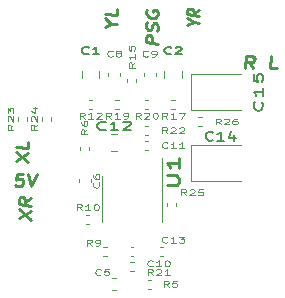
<source format=gbr>
%TF.GenerationSoftware,KiCad,Pcbnew,(6.0.5)*%
%TF.CreationDate,2022-06-14T23:06:24-04:00*%
%TF.ProjectId,1bp-m3,3162702d-6d33-42e6-9b69-6361645f7063,A*%
%TF.SameCoordinates,Original*%
%TF.FileFunction,Legend,Top*%
%TF.FilePolarity,Positive*%
%FSLAX46Y46*%
G04 Gerber Fmt 4.6, Leading zero omitted, Abs format (unit mm)*
G04 Created by KiCad (PCBNEW (6.0.5)) date 2022-06-14 23:06:24*
%MOMM*%
%LPD*%
G01*
G04 APERTURE LIST*
%ADD10C,0.250000*%
%ADD11C,0.225000*%
%ADD12C,0.125000*%
%ADD13C,0.156250*%
%ADD14C,0.150000*%
%ADD15C,0.120000*%
G04 APERTURE END LIST*
D10*
X131952380Y-81411369D02*
X130952380Y-81286369D01*
X130952380Y-80857797D01*
X131000000Y-80756607D01*
X131047619Y-80708988D01*
X131142857Y-80667321D01*
X131285714Y-80685178D01*
X131380952Y-80750654D01*
X131428571Y-80810178D01*
X131476190Y-80923273D01*
X131476190Y-81351845D01*
X131904761Y-80333988D02*
X131952380Y-80179226D01*
X131952380Y-79911369D01*
X131904761Y-79798273D01*
X131857142Y-79738750D01*
X131761904Y-79673273D01*
X131666666Y-79661369D01*
X131571428Y-79703035D01*
X131523809Y-79750654D01*
X131476190Y-79851845D01*
X131428571Y-80060178D01*
X131380952Y-80161369D01*
X131333333Y-80208988D01*
X131238095Y-80250654D01*
X131142857Y-80238750D01*
X131047619Y-80173273D01*
X131000000Y-80113750D01*
X130952380Y-80000654D01*
X130952380Y-79732797D01*
X131000000Y-79578035D01*
X131000000Y-78506607D02*
X130952380Y-78607797D01*
X130952380Y-78768511D01*
X131000000Y-78935178D01*
X131095238Y-79054226D01*
X131190476Y-79119702D01*
X131380952Y-79197083D01*
X131523809Y-79214940D01*
X131714285Y-79185178D01*
X131809523Y-79143511D01*
X131904761Y-79048273D01*
X131952380Y-78893511D01*
X131952380Y-78786369D01*
X131904761Y-78619702D01*
X131857142Y-78560178D01*
X131523809Y-78518511D01*
X131523809Y-78732797D01*
D11*
X134976190Y-79567738D02*
X135452380Y-79627261D01*
X134452380Y-79802261D02*
X134976190Y-79567738D01*
X134452380Y-79202261D01*
X135452380Y-78512976D02*
X134976190Y-78753452D01*
X135452380Y-79027261D02*
X134452380Y-78902261D01*
X134452380Y-78559404D01*
X134500000Y-78479642D01*
X134547619Y-78442738D01*
X134642857Y-78411785D01*
X134785714Y-78429642D01*
X134880952Y-78484404D01*
X134928571Y-78533214D01*
X134976190Y-78624880D01*
X134976190Y-78967738D01*
D10*
X127976190Y-79691130D02*
X128452380Y-79750654D01*
X127452380Y-80000654D02*
X127976190Y-79691130D01*
X127452380Y-79250654D01*
X128452380Y-78464940D02*
X128452380Y-79000654D01*
X127452380Y-78875654D01*
X120566041Y-92452380D02*
X120030327Y-92452380D01*
X119917232Y-92928571D01*
X119976755Y-92880952D01*
X120089851Y-92833333D01*
X120357708Y-92833333D01*
X120458898Y-92880952D01*
X120506517Y-92928571D01*
X120548184Y-93023809D01*
X120518422Y-93261904D01*
X120452946Y-93357142D01*
X120393422Y-93404761D01*
X120280327Y-93452380D01*
X120012470Y-93452380D01*
X119911279Y-93404761D01*
X119863660Y-93357142D01*
X120941041Y-92452380D02*
X121191041Y-93452380D01*
X121691041Y-92452380D01*
X142042232Y-83452380D02*
X141446994Y-83452380D01*
X141571994Y-82452380D01*
X119952380Y-91300029D02*
X120952380Y-90675029D01*
X119952380Y-90550029D02*
X120952380Y-91425029D01*
X120952380Y-89710744D02*
X120952380Y-90246458D01*
X119952380Y-90121458D01*
X140042232Y-83452380D02*
X139685089Y-82976190D01*
X139327946Y-83452380D02*
X139452946Y-82452380D01*
X139929136Y-82452380D01*
X140042232Y-82500000D01*
X140095803Y-82547619D01*
X140143422Y-82642857D01*
X140125565Y-82785714D01*
X140054136Y-82880952D01*
X139988660Y-82928571D01*
X139863660Y-82976190D01*
X139387470Y-82976190D01*
X120202380Y-96157172D02*
X121202380Y-95532172D01*
X120202380Y-95407172D02*
X121202380Y-96282172D01*
X121202380Y-94460744D02*
X120726190Y-94776220D01*
X121202380Y-95103601D02*
X120202380Y-94978601D01*
X120202380Y-94550029D01*
X120250000Y-94448839D01*
X120297619Y-94401220D01*
X120392857Y-94359553D01*
X120535714Y-94377410D01*
X120630952Y-94442886D01*
X120678571Y-94502410D01*
X120726190Y-94615505D01*
X120726190Y-95044077D01*
D12*
X129976197Y-82982151D02*
X129738102Y-83232151D01*
X129976197Y-83410723D02*
X129476197Y-83410723D01*
X129476197Y-83125009D01*
X129500007Y-83053580D01*
X129523816Y-83017866D01*
X129571435Y-82982151D01*
X129642864Y-82982151D01*
X129690483Y-83017866D01*
X129714292Y-83053580D01*
X129738102Y-83125009D01*
X129738102Y-83410723D01*
X129976197Y-82267866D02*
X129976197Y-82696437D01*
X129976197Y-82482151D02*
X129476197Y-82482151D01*
X129547626Y-82553580D01*
X129595245Y-82625009D01*
X129619054Y-82696437D01*
X129476197Y-81589294D02*
X129476197Y-81946437D01*
X129714292Y-81982151D01*
X129690483Y-81946437D01*
X129666673Y-81875009D01*
X129666673Y-81696437D01*
X129690483Y-81625009D01*
X129714292Y-81589294D01*
X129761911Y-81553580D01*
X129880959Y-81553580D01*
X129928578Y-81589294D01*
X129952387Y-81625009D01*
X129976197Y-81696437D01*
X129976197Y-81875009D01*
X129952387Y-81946437D01*
X129928578Y-81982151D01*
X130517857Y-87726190D02*
X130267857Y-87488095D01*
X130089285Y-87726190D02*
X130089285Y-87226190D01*
X130375000Y-87226190D01*
X130446428Y-87250000D01*
X130482142Y-87273809D01*
X130517857Y-87321428D01*
X130517857Y-87392857D01*
X130482142Y-87440476D01*
X130446428Y-87464285D01*
X130375000Y-87488095D01*
X130089285Y-87488095D01*
X130803571Y-87273809D02*
X130839285Y-87250000D01*
X130910714Y-87226190D01*
X131089285Y-87226190D01*
X131160714Y-87250000D01*
X131196428Y-87273809D01*
X131232142Y-87321428D01*
X131232142Y-87369047D01*
X131196428Y-87440476D01*
X130767857Y-87726190D01*
X131232142Y-87726190D01*
X131696428Y-87226190D02*
X131767857Y-87226190D01*
X131839285Y-87250000D01*
X131875000Y-87273809D01*
X131910714Y-87321428D01*
X131946428Y-87416666D01*
X131946428Y-87535714D01*
X131910714Y-87630952D01*
X131875000Y-87678571D01*
X131839285Y-87702380D01*
X131767857Y-87726190D01*
X131696428Y-87726190D01*
X131625000Y-87702380D01*
X131589285Y-87678571D01*
X131553571Y-87630952D01*
X131517857Y-87535714D01*
X131517857Y-87416666D01*
X131553571Y-87321428D01*
X131589285Y-87273809D01*
X131625000Y-87250000D01*
X131696428Y-87226190D01*
X128017857Y-87726190D02*
X127767857Y-87488095D01*
X127589285Y-87726190D02*
X127589285Y-87226190D01*
X127875000Y-87226190D01*
X127946428Y-87250000D01*
X127982142Y-87273809D01*
X128017857Y-87321428D01*
X128017857Y-87392857D01*
X127982142Y-87440476D01*
X127946428Y-87464285D01*
X127875000Y-87488095D01*
X127589285Y-87488095D01*
X128732142Y-87726190D02*
X128303571Y-87726190D01*
X128517857Y-87726190D02*
X128517857Y-87226190D01*
X128446428Y-87297619D01*
X128375000Y-87345238D01*
X128303571Y-87369047D01*
X129089285Y-87726190D02*
X129232142Y-87726190D01*
X129303571Y-87702380D01*
X129339285Y-87678571D01*
X129410714Y-87607142D01*
X129446428Y-87511904D01*
X129446428Y-87321428D01*
X129410714Y-87273809D01*
X129375000Y-87250000D01*
X129303571Y-87226190D01*
X129160714Y-87226190D01*
X129089285Y-87250000D01*
X129053571Y-87273809D01*
X129017857Y-87321428D01*
X129017857Y-87440476D01*
X129053571Y-87488095D01*
X129089285Y-87511904D01*
X129160714Y-87535714D01*
X129303571Y-87535714D01*
X129375000Y-87511904D01*
X129410714Y-87488095D01*
X129446428Y-87440476D01*
X125976180Y-88625010D02*
X125738085Y-88875010D01*
X125976180Y-89053581D02*
X125476180Y-89053581D01*
X125476180Y-88767867D01*
X125499990Y-88696438D01*
X125523799Y-88660724D01*
X125571418Y-88625010D01*
X125642847Y-88625010D01*
X125690466Y-88660724D01*
X125714275Y-88696438D01*
X125738085Y-88767867D01*
X125738085Y-89053581D01*
X125476180Y-87982152D02*
X125476180Y-88125010D01*
X125499990Y-88196438D01*
X125523799Y-88232152D01*
X125595228Y-88303581D01*
X125690466Y-88339295D01*
X125880942Y-88339295D01*
X125928561Y-88303581D01*
X125952370Y-88267867D01*
X125976180Y-88196438D01*
X125976180Y-88053581D01*
X125952370Y-87982152D01*
X125928561Y-87946438D01*
X125880942Y-87910724D01*
X125761894Y-87910724D01*
X125714275Y-87946438D01*
X125690466Y-87982152D01*
X125666656Y-88053581D01*
X125666656Y-88196438D01*
X125690466Y-88267867D01*
X125714275Y-88303581D01*
X125761894Y-88339295D01*
X125767857Y-87726190D02*
X125517857Y-87488095D01*
X125339285Y-87726190D02*
X125339285Y-87226190D01*
X125625000Y-87226190D01*
X125696428Y-87250000D01*
X125732142Y-87273809D01*
X125767857Y-87321428D01*
X125767857Y-87392857D01*
X125732142Y-87440476D01*
X125696428Y-87464285D01*
X125625000Y-87488095D01*
X125339285Y-87488095D01*
X126482142Y-87726190D02*
X126053571Y-87726190D01*
X126267857Y-87726190D02*
X126267857Y-87226190D01*
X126196428Y-87297619D01*
X126125000Y-87345238D01*
X126053571Y-87369047D01*
X126767857Y-87273809D02*
X126803571Y-87250000D01*
X126875000Y-87226190D01*
X127053571Y-87226190D01*
X127125000Y-87250000D01*
X127160714Y-87273809D01*
X127196428Y-87321428D01*
X127196428Y-87369047D01*
X127160714Y-87440476D01*
X126732142Y-87726190D01*
X127196428Y-87726190D01*
X132875000Y-101976190D02*
X132625000Y-101738095D01*
X132446428Y-101976190D02*
X132446428Y-101476190D01*
X132732142Y-101476190D01*
X132803571Y-101500000D01*
X132839285Y-101523809D01*
X132875000Y-101571428D01*
X132875000Y-101642857D01*
X132839285Y-101690476D01*
X132803571Y-101714285D01*
X132732142Y-101738095D01*
X132446428Y-101738095D01*
X133553571Y-101476190D02*
X133196428Y-101476190D01*
X133160714Y-101714285D01*
X133196428Y-101690476D01*
X133267857Y-101666666D01*
X133446428Y-101666666D01*
X133517857Y-101690476D01*
X133553571Y-101714285D01*
X133589285Y-101761904D01*
X133589285Y-101880952D01*
X133553571Y-101928571D01*
X133517857Y-101952380D01*
X133446428Y-101976190D01*
X133267857Y-101976190D01*
X133196428Y-101952380D01*
X133160714Y-101928571D01*
X126375000Y-98476190D02*
X126125000Y-98238095D01*
X125946428Y-98476190D02*
X125946428Y-97976190D01*
X126232142Y-97976190D01*
X126303571Y-98000000D01*
X126339285Y-98023809D01*
X126375000Y-98071428D01*
X126375000Y-98142857D01*
X126339285Y-98190476D01*
X126303571Y-98214285D01*
X126232142Y-98238095D01*
X125946428Y-98238095D01*
X126732142Y-98476190D02*
X126875000Y-98476190D01*
X126946428Y-98452380D01*
X126982142Y-98428571D01*
X127053571Y-98357142D01*
X127089285Y-98261904D01*
X127089285Y-98071428D01*
X127053571Y-98023809D01*
X127017857Y-98000000D01*
X126946428Y-97976190D01*
X126803571Y-97976190D01*
X126732142Y-98000000D01*
X126696428Y-98023809D01*
X126660714Y-98071428D01*
X126660714Y-98190476D01*
X126696428Y-98238095D01*
X126732142Y-98261904D01*
X126803571Y-98285714D01*
X126946428Y-98285714D01*
X127017857Y-98261904D01*
X127053571Y-98238095D01*
X127089285Y-98190476D01*
X132767857Y-87726190D02*
X132517857Y-87488095D01*
X132339285Y-87726190D02*
X132339285Y-87226190D01*
X132625000Y-87226190D01*
X132696428Y-87250000D01*
X132732142Y-87273809D01*
X132767857Y-87321428D01*
X132767857Y-87392857D01*
X132732142Y-87440476D01*
X132696428Y-87464285D01*
X132625000Y-87488095D01*
X132339285Y-87488095D01*
X133482142Y-87726190D02*
X133053571Y-87726190D01*
X133267857Y-87726190D02*
X133267857Y-87226190D01*
X133196428Y-87297619D01*
X133125000Y-87345238D01*
X133053571Y-87369047D01*
X133732142Y-87226190D02*
X134232142Y-87226190D01*
X133910714Y-87726190D01*
D13*
X126093750Y-82223214D02*
X126049107Y-82252976D01*
X125915178Y-82282738D01*
X125825892Y-82282738D01*
X125691964Y-82252976D01*
X125602678Y-82193452D01*
X125558035Y-82133928D01*
X125513392Y-82014880D01*
X125513392Y-81925595D01*
X125558035Y-81806547D01*
X125602678Y-81747023D01*
X125691964Y-81687500D01*
X125825892Y-81657738D01*
X125915178Y-81657738D01*
X126049107Y-81687500D01*
X126093750Y-81717261D01*
X126986607Y-82282738D02*
X126450892Y-82282738D01*
X126718750Y-82282738D02*
X126718750Y-81657738D01*
X126629464Y-81747023D01*
X126540178Y-81806547D01*
X126450892Y-81836309D01*
X133093750Y-82223214D02*
X133049107Y-82252976D01*
X132915178Y-82282738D01*
X132825892Y-82282738D01*
X132691964Y-82252976D01*
X132602678Y-82193452D01*
X132558035Y-82133928D01*
X132513392Y-82014880D01*
X132513392Y-81925595D01*
X132558035Y-81806547D01*
X132602678Y-81747023D01*
X132691964Y-81687500D01*
X132825892Y-81657738D01*
X132915178Y-81657738D01*
X133049107Y-81687500D01*
X133093750Y-81717261D01*
X133450892Y-81717261D02*
X133495535Y-81687500D01*
X133584821Y-81657738D01*
X133808035Y-81657738D01*
X133897321Y-81687500D01*
X133941964Y-81717261D01*
X133986607Y-81776785D01*
X133986607Y-81836309D01*
X133941964Y-81925595D01*
X133406250Y-82282738D01*
X133986607Y-82282738D01*
D12*
X126928571Y-93125000D02*
X126952380Y-93160714D01*
X126976190Y-93267857D01*
X126976190Y-93339285D01*
X126952380Y-93446428D01*
X126904761Y-93517857D01*
X126857142Y-93553571D01*
X126761904Y-93589285D01*
X126690476Y-93589285D01*
X126595238Y-93553571D01*
X126547619Y-93517857D01*
X126500000Y-93446428D01*
X126476190Y-93339285D01*
X126476190Y-93267857D01*
X126500000Y-93160714D01*
X126523809Y-93125000D01*
X126476190Y-92482142D02*
X126476190Y-92625000D01*
X126500000Y-92696428D01*
X126523809Y-92732142D01*
X126595238Y-92803571D01*
X126690476Y-92839285D01*
X126880952Y-92839285D01*
X126928571Y-92803571D01*
X126952380Y-92767857D01*
X126976190Y-92696428D01*
X126976190Y-92553571D01*
X126952380Y-92482142D01*
X126928571Y-92446428D01*
X126880952Y-92410714D01*
X126761904Y-92410714D01*
X126714285Y-92446428D01*
X126690476Y-92482142D01*
X126666666Y-92553571D01*
X126666666Y-92696428D01*
X126690476Y-92767857D01*
X126714285Y-92803571D01*
X126761904Y-92839285D01*
X128125010Y-82428581D02*
X128089295Y-82452390D01*
X127982152Y-82476200D01*
X127910724Y-82476200D01*
X127803581Y-82452390D01*
X127732152Y-82404771D01*
X127696438Y-82357152D01*
X127660724Y-82261914D01*
X127660724Y-82190486D01*
X127696438Y-82095248D01*
X127732152Y-82047629D01*
X127803581Y-82000010D01*
X127910724Y-81976200D01*
X127982152Y-81976200D01*
X128089295Y-82000010D01*
X128125010Y-82023819D01*
X128553581Y-82190486D02*
X128482152Y-82166676D01*
X128446438Y-82142867D01*
X128410724Y-82095248D01*
X128410724Y-82071438D01*
X128446438Y-82023819D01*
X128482152Y-82000010D01*
X128553581Y-81976200D01*
X128696438Y-81976200D01*
X128767867Y-82000010D01*
X128803581Y-82023819D01*
X128839295Y-82071438D01*
X128839295Y-82095248D01*
X128803581Y-82142867D01*
X128767867Y-82166676D01*
X128696438Y-82190486D01*
X128553581Y-82190486D01*
X128482152Y-82214295D01*
X128446438Y-82238105D01*
X128410724Y-82285724D01*
X128410724Y-82380962D01*
X128446438Y-82428581D01*
X128482152Y-82452390D01*
X128553581Y-82476200D01*
X128696438Y-82476200D01*
X128767867Y-82452390D01*
X128803581Y-82428581D01*
X128839295Y-82380962D01*
X128839295Y-82285724D01*
X128803581Y-82238105D01*
X128767867Y-82214295D01*
X128696438Y-82190486D01*
X127125000Y-100928571D02*
X127089285Y-100952380D01*
X126982142Y-100976190D01*
X126910714Y-100976190D01*
X126803571Y-100952380D01*
X126732142Y-100904761D01*
X126696428Y-100857142D01*
X126660714Y-100761904D01*
X126660714Y-100690476D01*
X126696428Y-100595238D01*
X126732142Y-100547619D01*
X126803571Y-100500000D01*
X126910714Y-100476190D01*
X126982142Y-100476190D01*
X127089285Y-100500000D01*
X127125000Y-100523809D01*
X127803571Y-100476190D02*
X127446428Y-100476190D01*
X127410714Y-100714285D01*
X127446428Y-100690476D01*
X127517857Y-100666666D01*
X127696428Y-100666666D01*
X127767857Y-100690476D01*
X127803571Y-100714285D01*
X127839285Y-100761904D01*
X127839285Y-100880952D01*
X127803571Y-100928571D01*
X127767857Y-100952380D01*
X127696428Y-100976190D01*
X127517857Y-100976190D01*
X127446428Y-100952380D01*
X127410714Y-100928571D01*
X131125000Y-82428571D02*
X131089285Y-82452380D01*
X130982142Y-82476190D01*
X130910714Y-82476190D01*
X130803571Y-82452380D01*
X130732142Y-82404761D01*
X130696428Y-82357142D01*
X130660714Y-82261904D01*
X130660714Y-82190476D01*
X130696428Y-82095238D01*
X130732142Y-82047619D01*
X130803571Y-82000000D01*
X130910714Y-81976190D01*
X130982142Y-81976190D01*
X131089285Y-82000000D01*
X131125000Y-82023809D01*
X131482142Y-82476190D02*
X131625000Y-82476190D01*
X131696428Y-82452380D01*
X131732142Y-82428571D01*
X131803571Y-82357142D01*
X131839285Y-82261904D01*
X131839285Y-82071428D01*
X131803571Y-82023809D01*
X131767857Y-82000000D01*
X131696428Y-81976190D01*
X131553571Y-81976190D01*
X131482142Y-82000000D01*
X131446428Y-82023809D01*
X131410714Y-82071428D01*
X131410714Y-82190476D01*
X131446428Y-82238095D01*
X131482142Y-82261904D01*
X131553571Y-82285714D01*
X131696428Y-82285714D01*
X131767857Y-82261904D01*
X131803571Y-82238095D01*
X131839285Y-82190476D01*
X132767857Y-88976190D02*
X132517857Y-88738095D01*
X132339285Y-88976190D02*
X132339285Y-88476190D01*
X132625000Y-88476190D01*
X132696428Y-88500000D01*
X132732142Y-88523809D01*
X132767857Y-88571428D01*
X132767857Y-88642857D01*
X132732142Y-88690476D01*
X132696428Y-88714285D01*
X132625000Y-88738095D01*
X132339285Y-88738095D01*
X133053571Y-88523809D02*
X133089285Y-88500000D01*
X133160714Y-88476190D01*
X133339285Y-88476190D01*
X133410714Y-88500000D01*
X133446428Y-88523809D01*
X133482142Y-88571428D01*
X133482142Y-88619047D01*
X133446428Y-88690476D01*
X133017857Y-88976190D01*
X133482142Y-88976190D01*
X133767857Y-88523809D02*
X133803571Y-88500000D01*
X133875000Y-88476190D01*
X134053571Y-88476190D01*
X134125000Y-88500000D01*
X134160714Y-88523809D01*
X134196428Y-88571428D01*
X134196428Y-88619047D01*
X134160714Y-88690476D01*
X133732142Y-88976190D01*
X134196428Y-88976190D01*
X134367857Y-94226190D02*
X134117857Y-93988095D01*
X133939285Y-94226190D02*
X133939285Y-93726190D01*
X134225000Y-93726190D01*
X134296428Y-93750000D01*
X134332142Y-93773809D01*
X134367857Y-93821428D01*
X134367857Y-93892857D01*
X134332142Y-93940476D01*
X134296428Y-93964285D01*
X134225000Y-93988095D01*
X133939285Y-93988095D01*
X134653571Y-93773809D02*
X134689285Y-93750000D01*
X134760714Y-93726190D01*
X134939285Y-93726190D01*
X135010714Y-93750000D01*
X135046428Y-93773809D01*
X135082142Y-93821428D01*
X135082142Y-93869047D01*
X135046428Y-93940476D01*
X134617857Y-94226190D01*
X135082142Y-94226190D01*
X135760714Y-93726190D02*
X135403571Y-93726190D01*
X135367857Y-93964285D01*
X135403571Y-93940476D01*
X135475000Y-93916666D01*
X135653571Y-93916666D01*
X135725000Y-93940476D01*
X135760714Y-93964285D01*
X135796428Y-94011904D01*
X135796428Y-94130952D01*
X135760714Y-94178571D01*
X135725000Y-94202380D01*
X135653571Y-94226190D01*
X135475000Y-94226190D01*
X135403571Y-94202380D01*
X135367857Y-94178571D01*
X121726190Y-88232142D02*
X121488095Y-88482142D01*
X121726190Y-88660714D02*
X121226190Y-88660714D01*
X121226190Y-88375000D01*
X121250000Y-88303571D01*
X121273809Y-88267857D01*
X121321428Y-88232142D01*
X121392857Y-88232142D01*
X121440476Y-88267857D01*
X121464285Y-88303571D01*
X121488095Y-88375000D01*
X121488095Y-88660714D01*
X121273809Y-87946428D02*
X121250000Y-87910714D01*
X121226190Y-87839285D01*
X121226190Y-87660714D01*
X121250000Y-87589285D01*
X121273809Y-87553571D01*
X121321428Y-87517857D01*
X121369047Y-87517857D01*
X121440476Y-87553571D01*
X121726190Y-87982142D01*
X121726190Y-87517857D01*
X121392857Y-86875000D02*
X121726190Y-86875000D01*
X121202380Y-87053571D02*
X121559523Y-87232142D01*
X121559523Y-86767857D01*
X119726190Y-88232142D02*
X119488095Y-88482142D01*
X119726190Y-88660714D02*
X119226190Y-88660714D01*
X119226190Y-88375000D01*
X119250000Y-88303571D01*
X119273809Y-88267857D01*
X119321428Y-88232142D01*
X119392857Y-88232142D01*
X119440476Y-88267857D01*
X119464285Y-88303571D01*
X119488095Y-88375000D01*
X119488095Y-88660714D01*
X119273809Y-87946428D02*
X119250000Y-87910714D01*
X119226190Y-87839285D01*
X119226190Y-87660714D01*
X119250000Y-87589285D01*
X119273809Y-87553571D01*
X119321428Y-87517857D01*
X119369047Y-87517857D01*
X119440476Y-87553571D01*
X119726190Y-87982142D01*
X119726190Y-87517857D01*
X119226190Y-87267857D02*
X119226190Y-86803571D01*
X119416666Y-87053571D01*
X119416666Y-86946428D01*
X119440476Y-86875000D01*
X119464285Y-86839285D01*
X119511904Y-86803571D01*
X119630952Y-86803571D01*
X119678571Y-86839285D01*
X119702380Y-86875000D01*
X119726190Y-86946428D01*
X119726190Y-87160714D01*
X119702380Y-87232142D01*
X119678571Y-87267857D01*
X132767857Y-90178571D02*
X132732142Y-90202380D01*
X132625000Y-90226190D01*
X132553571Y-90226190D01*
X132446428Y-90202380D01*
X132375000Y-90154761D01*
X132339285Y-90107142D01*
X132303571Y-90011904D01*
X132303571Y-89940476D01*
X132339285Y-89845238D01*
X132375000Y-89797619D01*
X132446428Y-89750000D01*
X132553571Y-89726190D01*
X132625000Y-89726190D01*
X132732142Y-89750000D01*
X132767857Y-89773809D01*
X133482142Y-90226190D02*
X133053571Y-90226190D01*
X133267857Y-90226190D02*
X133267857Y-89726190D01*
X133196428Y-89797619D01*
X133125000Y-89845238D01*
X133053571Y-89869047D01*
X134196428Y-90226190D02*
X133767857Y-90226190D01*
X133982142Y-90226190D02*
X133982142Y-89726190D01*
X133910714Y-89797619D01*
X133839285Y-89845238D01*
X133767857Y-89869047D01*
X131517857Y-100178571D02*
X131482142Y-100202380D01*
X131375000Y-100226190D01*
X131303571Y-100226190D01*
X131196428Y-100202380D01*
X131125000Y-100154761D01*
X131089285Y-100107142D01*
X131053571Y-100011904D01*
X131053571Y-99940476D01*
X131089285Y-99845238D01*
X131125000Y-99797619D01*
X131196428Y-99750000D01*
X131303571Y-99726190D01*
X131375000Y-99726190D01*
X131482142Y-99750000D01*
X131517857Y-99773809D01*
X132232142Y-100226190D02*
X131803571Y-100226190D01*
X132017857Y-100226190D02*
X132017857Y-99726190D01*
X131946428Y-99797619D01*
X131875000Y-99845238D01*
X131803571Y-99869047D01*
X132696428Y-99726190D02*
X132767857Y-99726190D01*
X132839285Y-99750000D01*
X132875000Y-99773809D01*
X132910714Y-99821428D01*
X132946428Y-99916666D01*
X132946428Y-100035714D01*
X132910714Y-100130952D01*
X132875000Y-100178571D01*
X132839285Y-100202380D01*
X132767857Y-100226190D01*
X132696428Y-100226190D01*
X132625000Y-100202380D01*
X132589285Y-100178571D01*
X132553571Y-100130952D01*
X132517857Y-100035714D01*
X132517857Y-99916666D01*
X132553571Y-99821428D01*
X132589285Y-99773809D01*
X132625000Y-99750000D01*
X132696428Y-99726190D01*
X131517857Y-100976190D02*
X131267857Y-100738095D01*
X131089285Y-100976190D02*
X131089285Y-100476190D01*
X131375000Y-100476190D01*
X131446428Y-100500000D01*
X131482142Y-100523809D01*
X131517857Y-100571428D01*
X131517857Y-100642857D01*
X131482142Y-100690476D01*
X131446428Y-100714285D01*
X131375000Y-100738095D01*
X131089285Y-100738095D01*
X131803571Y-100523809D02*
X131839285Y-100500000D01*
X131910714Y-100476190D01*
X132089285Y-100476190D01*
X132160714Y-100500000D01*
X132196428Y-100523809D01*
X132232142Y-100571428D01*
X132232142Y-100619047D01*
X132196428Y-100690476D01*
X131767857Y-100976190D01*
X132232142Y-100976190D01*
X132946428Y-100976190D02*
X132517857Y-100976190D01*
X132732142Y-100976190D02*
X132732142Y-100476190D01*
X132660714Y-100547619D01*
X132589285Y-100595238D01*
X132517857Y-100619047D01*
X132767859Y-98178576D02*
X132732144Y-98202385D01*
X132625002Y-98226195D01*
X132553573Y-98226195D01*
X132446430Y-98202385D01*
X132375002Y-98154766D01*
X132339287Y-98107147D01*
X132303573Y-98011909D01*
X132303573Y-97940481D01*
X132339287Y-97845243D01*
X132375002Y-97797624D01*
X132446430Y-97750005D01*
X132553573Y-97726195D01*
X132625002Y-97726195D01*
X132732144Y-97750005D01*
X132767859Y-97773814D01*
X133482144Y-98226195D02*
X133053573Y-98226195D01*
X133267859Y-98226195D02*
X133267859Y-97726195D01*
X133196430Y-97797624D01*
X133125002Y-97845243D01*
X133053573Y-97869052D01*
X133732144Y-97726195D02*
X134196430Y-97726195D01*
X133946430Y-97916671D01*
X134053573Y-97916671D01*
X134125002Y-97940481D01*
X134160716Y-97964290D01*
X134196430Y-98011909D01*
X134196430Y-98130957D01*
X134160716Y-98178576D01*
X134125002Y-98202385D01*
X134053573Y-98226195D01*
X133839287Y-98226195D01*
X133767859Y-98202385D01*
X133732144Y-98178576D01*
D10*
X132702387Y-93392846D02*
X133511911Y-93392846D01*
X133607149Y-93321417D01*
X133654768Y-93249989D01*
X133702387Y-93107131D01*
X133702387Y-92821417D01*
X133654768Y-92678560D01*
X133607149Y-92607131D01*
X133511911Y-92535703D01*
X132702387Y-92535703D01*
X133702387Y-91035703D02*
X133702387Y-91892846D01*
X133702387Y-91464274D02*
X132702387Y-91464274D01*
X132845245Y-91607131D01*
X132940483Y-91749989D01*
X132988102Y-91892846D01*
D14*
X127526795Y-88667868D02*
X127473224Y-88703582D01*
X127312510Y-88739296D01*
X127205367Y-88739296D01*
X127044652Y-88703582D01*
X126937510Y-88632153D01*
X126883938Y-88560725D01*
X126830367Y-88417868D01*
X126830367Y-88310725D01*
X126883938Y-88167868D01*
X126937510Y-88096439D01*
X127044652Y-88025011D01*
X127205367Y-87989296D01*
X127312510Y-87989296D01*
X127473224Y-88025011D01*
X127526795Y-88060725D01*
X128598224Y-88739296D02*
X127955367Y-88739296D01*
X128276795Y-88739296D02*
X128276795Y-87989296D01*
X128169652Y-88096439D01*
X128062510Y-88167868D01*
X127955367Y-88203582D01*
X129026795Y-88060725D02*
X129080367Y-88025011D01*
X129187510Y-87989296D01*
X129455367Y-87989296D01*
X129562510Y-88025011D01*
X129616081Y-88060725D01*
X129669652Y-88132153D01*
X129669652Y-88203582D01*
X129616081Y-88310725D01*
X128973224Y-88739296D01*
X129669652Y-88739296D01*
X136607142Y-89517857D02*
X136559523Y-89553571D01*
X136416666Y-89589285D01*
X136321428Y-89589285D01*
X136178571Y-89553571D01*
X136083333Y-89482142D01*
X136035714Y-89410714D01*
X135988095Y-89267857D01*
X135988095Y-89160714D01*
X136035714Y-89017857D01*
X136083333Y-88946428D01*
X136178571Y-88875000D01*
X136321428Y-88839285D01*
X136416666Y-88839285D01*
X136559523Y-88875000D01*
X136607142Y-88910714D01*
X137559523Y-89589285D02*
X136988095Y-89589285D01*
X137273809Y-89589285D02*
X137273809Y-88839285D01*
X137178571Y-88946428D01*
X137083333Y-89017857D01*
X136988095Y-89053571D01*
X138416666Y-89089285D02*
X138416666Y-89589285D01*
X138178571Y-88803571D02*
X137940476Y-89339285D01*
X138559523Y-89339285D01*
D12*
X137267857Y-88226190D02*
X137017857Y-87988095D01*
X136839285Y-88226190D02*
X136839285Y-87726190D01*
X137125000Y-87726190D01*
X137196428Y-87750000D01*
X137232142Y-87773809D01*
X137267857Y-87821428D01*
X137267857Y-87892857D01*
X137232142Y-87940476D01*
X137196428Y-87964285D01*
X137125000Y-87988095D01*
X136839285Y-87988095D01*
X137553571Y-87773809D02*
X137589285Y-87750000D01*
X137660714Y-87726190D01*
X137839285Y-87726190D01*
X137910714Y-87750000D01*
X137946428Y-87773809D01*
X137982142Y-87821428D01*
X137982142Y-87869047D01*
X137946428Y-87940476D01*
X137517857Y-88226190D01*
X137982142Y-88226190D01*
X138625000Y-87726190D02*
X138482142Y-87726190D01*
X138410714Y-87750000D01*
X138375000Y-87773809D01*
X138303571Y-87845238D01*
X138267857Y-87940476D01*
X138267857Y-88130952D01*
X138303571Y-88178571D01*
X138339285Y-88202380D01*
X138410714Y-88226190D01*
X138553571Y-88226190D01*
X138625000Y-88202380D01*
X138660714Y-88178571D01*
X138696428Y-88130952D01*
X138696428Y-88011904D01*
X138660714Y-87964285D01*
X138625000Y-87940476D01*
X138553571Y-87916666D01*
X138410714Y-87916666D01*
X138339285Y-87940476D01*
X138303571Y-87964285D01*
X138267857Y-88011904D01*
D14*
X140767849Y-86303578D02*
X140803563Y-86363102D01*
X140839277Y-86541673D01*
X140839277Y-86660721D01*
X140803563Y-86839292D01*
X140732134Y-86958340D01*
X140660706Y-87017864D01*
X140517849Y-87077387D01*
X140410706Y-87077387D01*
X140267849Y-87017864D01*
X140196420Y-86958340D01*
X140124992Y-86839292D01*
X140089277Y-86660721D01*
X140089277Y-86541673D01*
X140124992Y-86363102D01*
X140160706Y-86303578D01*
X140839277Y-85113102D02*
X140839277Y-85827387D01*
X140839277Y-85470245D02*
X140089277Y-85470245D01*
X140196420Y-85589292D01*
X140267849Y-85708340D01*
X140303563Y-85827387D01*
X140089277Y-83982149D02*
X140089277Y-84577387D01*
X140446420Y-84636911D01*
X140410706Y-84577387D01*
X140374992Y-84458340D01*
X140374992Y-84160721D01*
X140410706Y-84041673D01*
X140446420Y-83982149D01*
X140517849Y-83922626D01*
X140696420Y-83922626D01*
X140767849Y-83982149D01*
X140803563Y-84041673D01*
X140839277Y-84160721D01*
X140839277Y-84458340D01*
X140803563Y-84577387D01*
X140767849Y-84636911D01*
D12*
X125517857Y-95476190D02*
X125267857Y-95238095D01*
X125089285Y-95476190D02*
X125089285Y-94976190D01*
X125375000Y-94976190D01*
X125446428Y-95000000D01*
X125482142Y-95023809D01*
X125517857Y-95071428D01*
X125517857Y-95142857D01*
X125482142Y-95190476D01*
X125446428Y-95214285D01*
X125375000Y-95238095D01*
X125089285Y-95238095D01*
X126232142Y-95476190D02*
X125803571Y-95476190D01*
X126017857Y-95476190D02*
X126017857Y-94976190D01*
X125946428Y-95047619D01*
X125875000Y-95095238D01*
X125803571Y-95119047D01*
X126696428Y-94976190D02*
X126767857Y-94976190D01*
X126839285Y-95000000D01*
X126875000Y-95023809D01*
X126910714Y-95071428D01*
X126946428Y-95166666D01*
X126946428Y-95285714D01*
X126910714Y-95380952D01*
X126875000Y-95428571D01*
X126839285Y-95452380D01*
X126767857Y-95476190D01*
X126696428Y-95476190D01*
X126625000Y-95452380D01*
X126589285Y-95428571D01*
X126553571Y-95380952D01*
X126517857Y-95285714D01*
X126517857Y-95166666D01*
X126553571Y-95071428D01*
X126589285Y-95023809D01*
X126625000Y-95000000D01*
X126696428Y-94976190D01*
D15*
X129370007Y-84346368D02*
X129370007Y-84653650D01*
X130130007Y-84346368D02*
X130130007Y-84653650D01*
X130846359Y-86120000D02*
X131153641Y-86120000D01*
X130846359Y-86880000D02*
X131153641Y-86880000D01*
X128653641Y-86880000D02*
X128346359Y-86880000D01*
X128653641Y-86120000D02*
X128346359Y-86120000D01*
X125369990Y-90403651D02*
X125369990Y-90096369D01*
X126129990Y-90403651D02*
X126129990Y-90096369D01*
X126403641Y-86880000D02*
X126096359Y-86880000D01*
X126403641Y-86120000D02*
X126096359Y-86120000D01*
X131096359Y-102130000D02*
X131403641Y-102130000D01*
X131096359Y-101370000D02*
X131403641Y-101370000D01*
X127346359Y-99380000D02*
X127653641Y-99380000D01*
X127346359Y-98620000D02*
X127653641Y-98620000D01*
X133096359Y-86120000D02*
X133403641Y-86120000D01*
X133096359Y-86880000D02*
X133403641Y-86880000D01*
X126985000Y-83738748D02*
X126985000Y-84261252D01*
X125515000Y-83738748D02*
X125515000Y-84261252D01*
X133985000Y-83738748D02*
X133985000Y-84261252D01*
X132515000Y-83738748D02*
X132515000Y-84261252D01*
X125240000Y-92859420D02*
X125240000Y-93140580D01*
X126260000Y-92859420D02*
X126260000Y-93140580D01*
X127740010Y-83859430D02*
X127740010Y-84140590D01*
X128760010Y-83859430D02*
X128760010Y-84140590D01*
X128390580Y-102260000D02*
X128109420Y-102260000D01*
X128390580Y-101240000D02*
X128109420Y-101240000D01*
X131760000Y-83859420D02*
X131760000Y-84140580D01*
X130740000Y-83859420D02*
X130740000Y-84140580D01*
X130846359Y-88370000D02*
X131153641Y-88370000D01*
X130846359Y-89130000D02*
X131153641Y-89130000D01*
X133480000Y-95153641D02*
X133480000Y-94846359D01*
X132720000Y-95153641D02*
X132720000Y-94846359D01*
X122120000Y-87903641D02*
X122120000Y-87596359D01*
X122880000Y-87903641D02*
X122880000Y-87596359D01*
X120880000Y-87903641D02*
X120880000Y-87596359D01*
X120120000Y-87903641D02*
X120120000Y-87596359D01*
X130892164Y-90360000D02*
X131107836Y-90360000D01*
X130892164Y-89640000D02*
X131107836Y-89640000D01*
X129642164Y-98640000D02*
X129857836Y-98640000D01*
X129642164Y-99360000D02*
X129857836Y-99360000D01*
X129596359Y-99870000D02*
X129903641Y-99870000D01*
X129596359Y-100630000D02*
X129903641Y-100630000D01*
X132142166Y-98640005D02*
X132357838Y-98640005D01*
X132142166Y-99360005D02*
X132357838Y-99360005D01*
X127190007Y-94499989D02*
X127190007Y-96449989D01*
X127190007Y-94499989D02*
X127190007Y-92549989D01*
X132310007Y-94499989D02*
X132310007Y-91049989D01*
X132310007Y-94499989D02*
X132310007Y-96449989D01*
X127988758Y-90485011D02*
X128511262Y-90485011D01*
X127988758Y-89015011D02*
X128511262Y-89015011D01*
X139000000Y-89990000D02*
X134790000Y-89990000D01*
X134790000Y-93010000D02*
X139000000Y-93010000D01*
X134790000Y-89990000D02*
X134790000Y-93010000D01*
X135346359Y-88380000D02*
X135653641Y-88380000D01*
X135346359Y-87620000D02*
X135653641Y-87620000D01*
X134789992Y-83990007D02*
X134789992Y-87010007D01*
X134789992Y-87010007D02*
X138999992Y-87010007D01*
X138999992Y-83990007D02*
X134789992Y-83990007D01*
X125846359Y-96630000D02*
X126153641Y-96630000D01*
X125846359Y-95870000D02*
X126153641Y-95870000D01*
M02*

</source>
